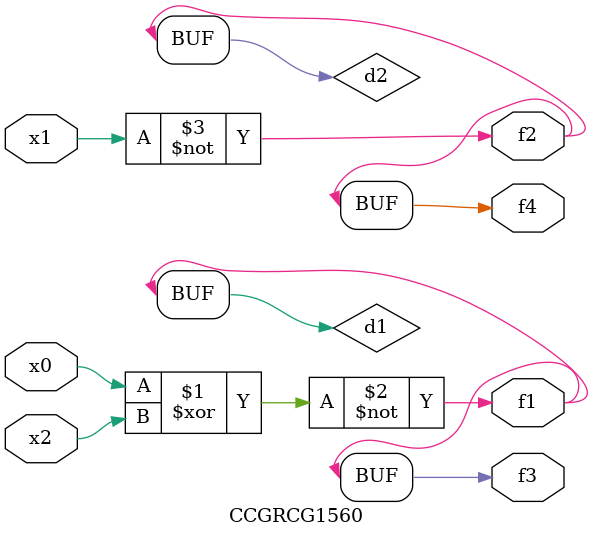
<source format=v>
module CCGRCG1560(
	input x0, x1, x2,
	output f1, f2, f3, f4
);

	wire d1, d2, d3;

	xnor (d1, x0, x2);
	nand (d2, x1);
	nor (d3, x1, x2);
	assign f1 = d1;
	assign f2 = d2;
	assign f3 = d1;
	assign f4 = d2;
endmodule

</source>
